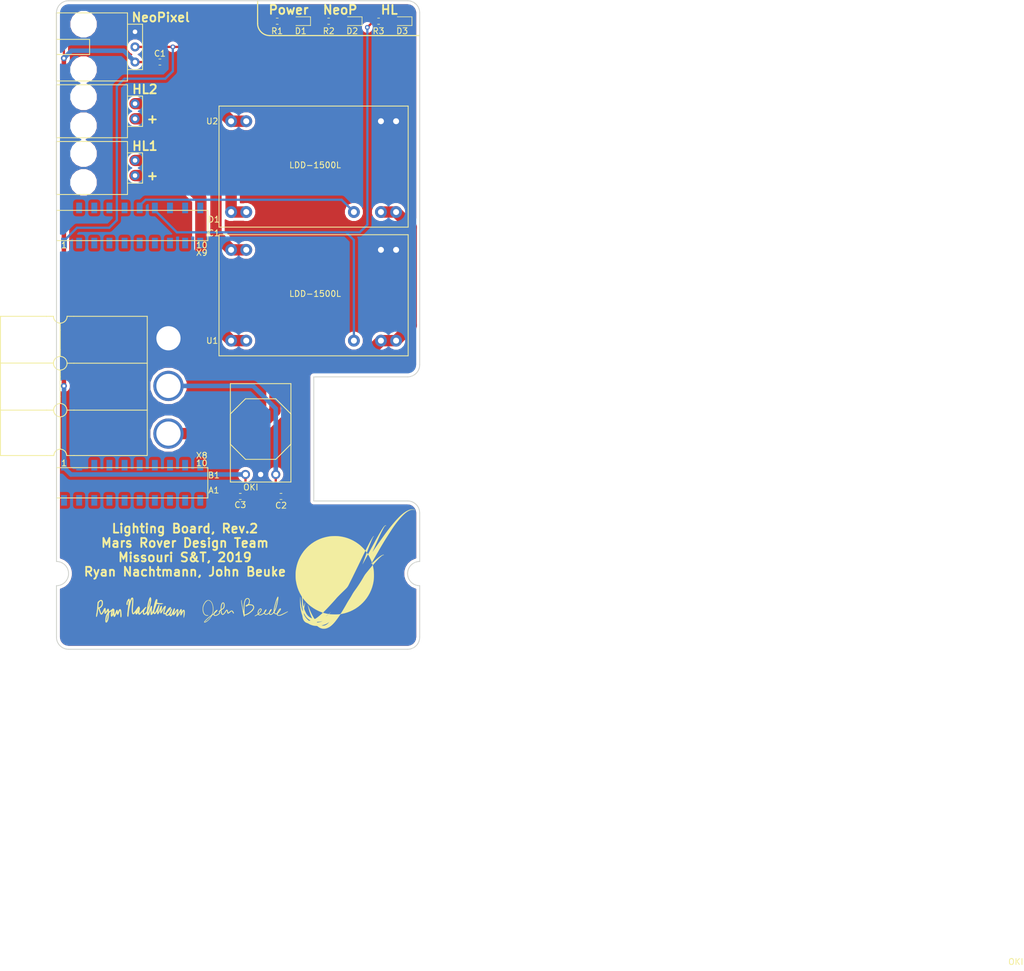
<source format=kicad_pcb>
(kicad_pcb (version 20171130) (host pcbnew "(5.0.0)")
  (layers (0 F.Cu signal) (31 B.Cu signal) (34 B.Paste user) (35 F.Paste user) (36 B.SilkS user) (37 F.SilkS user) (38 B.Mask user) (39 F.Mask user) (44 Edge.Cuts user))
  (net 0 "")
  (net 1 +5V)
  (net 2 GND)
  (net 3 "Net-(C2-Pad1)")
  (net 4 +12VA)
  (net 5 /Headlight_V1+)
  (net 6 /Headlight_V1-)
  (net 7 /Headlight_V2-)
  (net 8 /Headlight_V2+)
  (net 9 Dout_NeoPixel)
  (net 10 Headlight_OnOff_PWM1)
  (net 11 Headlight_OnOff_PWM2)
  (net 12 "Net-(U3-PadPE0)")
  (net 13 "Net-(U3-PadPE1)")
  (net 14 "Net-(U3-PadPE2)")
  (net 15 "Net-(U3-PadPE3)")
  (net 16 "Net-(U3-PadPD7)")
  (net 17 "Net-(U3-PadPA6)")
  (net 18 "Net-(U3-PadPM4)")
  (net 19 "Net-(U3-PadPM5)")
  (net 20 "Net-(U3-Pad+3V3)")
  (net 21 "Net-(U3-PadPE4)")
  (net 22 "Net-(U3-PadPC4)")
  (net 23 "Net-(U3-PadPC5)")
  (net 24 "Net-(U3-PadPC6)")
  (net 25 "Net-(U3-PadPE5)")
  (net 26 "Net-(U3-PadPD3)")
  (net 27 "Net-(U3-PadPC7)")
  (net 28 "Net-(U3-PadPB2)")
  (net 29 "Net-(U3-PadPB3)")
  (net 30 "Net-(U3-PadPF2)")
  (net 31 "Net-(U3-PadPF3)")
  (net 32 "Net-(U3-PadPG0)")
  (net 33 "Net-(U3-PadPL4)")
  (net 34 "Net-(U3-PadPL5)")
  (net 35 "Net-(U3-PadPL0)")
  (net 36 "Net-(U3-PadPL1)")
  (net 37 "Net-(U3-PadPL2)")
  (net 38 "Net-(U3-PadPL3)")
  (net 39 "Net-(U3-PadPM3)")
  (net 40 "Net-(U3-PadPH2)")
  (net 41 "Net-(U3-PadPH3)")
  (net 42 "Net-(U3-PadRese)")
  (net 43 "Net-(U3-PadPN2)")
  (net 44 "Net-(U3-PadPN3)")
  (net 45 "Net-(U3-PadPP2)")
  (net 46 "Net-(D1-Pad2)")
  (net 47 "Net-(D2-Pad2)")
  (net 48 "Net-(D3-Pad2)")
  (module "LightingBoard_Hardware2:Ryan Signature" (layer F.Cu) (at 116.205 142.748)
    (fp_text reference G*** hide)
    (fp_text value LOGO hide)
  )
  (module MRDT_Shields:TM4C129E_Launchpad_X9_SMD (layer F.Cu) (at 101.498001 123.570001)
    (fp_text reference U3 hide)
    (fp_text value TM4C129E_Launchpad hide)
    (fp_text user 1 (at 1.27 -42.418 180) (layer F.SilkS))
    (fp_text user 10 (at 24.384 -42.418 180) (layer F.SilkS))
    (fp_text user 1 (at 1.27 -5.842 180) (layer F.SilkS))
    (fp_text user 10 (at 24.384 -5.842 180) (layer F.SilkS))
    (fp_text user X9 (at 24.384 -41.148 180) (layer F.SilkS))
    (fp_text user X8 (at 24.384 -7.112 180) (layer F.SilkS))
    (fp_text user C1 (at 26.416 -44.45 180) (layer F.SilkS))
    (fp_text user D1 (at 26.416 -46.736 180) (layer F.SilkS))
    (fp_text user B1 (at 26.416 -3.81 180) (layer F.SilkS))
    (fp_text user A1 (at 26.416 -1.27 180) (layer F.SilkS))
    (pad +5V smd rect (at 1.27 -5.4864 180) (size 0.9906 1.778) (layers B.Cu B.Paste B.Mask) (net 1 +5V))
    (pad GND smd rect (at 3.81 -5.4864 180) (size 0.9906 1.778) (layers B.Cu B.Paste B.Mask) (net 2 GND))
    (pad PE0 smd rect (at 6.35 -5.4864 180) (size 0.9906 1.778) (layers B.Cu B.Paste B.Mask) (net 12 "Net-(U3-PadPE0)"))
    (pad PE1 smd rect (at 8.89 -5.4864 180) (size 0.9906 1.778) (layers B.Cu B.Paste B.Mask) (net 13 "Net-(U3-PadPE1)"))
    (pad PE2 smd rect (at 11.43 -5.4864 180) (size 0.9906 1.778) (layers B.Cu B.Paste B.Mask) (net 14 "Net-(U3-PadPE2)"))
    (pad PE3 smd rect (at 13.97 -5.4864 180) (size 0.9906 1.778) (layers B.Cu B.Paste B.Mask) (net 15 "Net-(U3-PadPE3)"))
    (pad PD7 smd rect (at 16.51 -5.4864 180) (size 0.9906 1.778) (layers B.Cu B.Paste B.Mask) (net 16 "Net-(U3-PadPD7)"))
    (pad PA6 smd rect (at 19.05 -5.4864 180) (size 0.9906 1.778) (layers B.Cu B.Paste B.Mask) (net 17 "Net-(U3-PadPA6)"))
    (pad PM4 smd rect (at 21.59 -5.4864 180) (size 0.9906 1.778) (layers B.Cu B.Paste B.Mask) (net 18 "Net-(U3-PadPM4)"))
    (pad PM5 smd rect (at 24.13 -5.4864 180) (size 0.9906 1.778) (layers B.Cu B.Paste B.Mask) (net 19 "Net-(U3-PadPM5)"))
    (pad +3V3 smd rect (at 1.27 0.4064 180) (size 0.9906 1.778) (layers B.Cu B.Paste B.Mask) (net 20 "Net-(U3-Pad+3V3)"))
    (pad PE4 smd rect (at 3.81 0.4064 180) (size 0.9906 1.778) (layers B.Cu B.Paste B.Mask) (net 21 "Net-(U3-PadPE4)"))
    (pad PC4 smd rect (at 6.35 0.4064 180) (size 0.9906 1.778) (layers B.Cu B.Paste B.Mask) (net 22 "Net-(U3-PadPC4)"))
    (pad PC5 smd rect (at 8.89 0.4064 180) (size 0.9906 1.778) (layers B.Cu B.Paste B.Mask) (net 23 "Net-(U3-PadPC5)"))
    (pad PC6 smd rect (at 11.43 0.4064 180) (size 0.9906 1.778) (layers B.Cu B.Paste B.Mask) (net 24 "Net-(U3-PadPC6)"))
    (pad PE5 smd rect (at 13.97 0.4064 180) (size 0.9906 1.778) (layers B.Cu B.Paste B.Mask) (net 25 "Net-(U3-PadPE5)"))
    (pad PD3 smd rect (at 16.51 0.4064 180) (size 0.9906 1.778) (layers B.Cu B.Paste B.Mask) (net 26 "Net-(U3-PadPD3)"))
    (pad PC7 smd rect (at 19.05 0.4064 180) (size 0.9906 1.778) (layers B.Cu B.Paste B.Mask) (net 27 "Net-(U3-PadPC7)"))
    (pad PB2 smd rect (at 21.59 0.4064 180) (size 0.9906 1.778) (layers B.Cu B.Paste B.Mask) (net 28 "Net-(U3-PadPB2)"))
    (pad PB3 smd rect (at 24.13 0.4064 180) (size 0.9906 1.778) (layers B.Cu B.Paste B.Mask) (net 29 "Net-(U3-PadPB3)"))
    (pad PF1 smd rect (at 1.27 -42.7736 180) (size 0.9906 1.778) (layers B.Cu B.Paste B.Mask) (net 9 Dout_NeoPixel))
    (pad PF2 smd rect (at 3.81 -42.7736 180) (size 0.9906 1.778) (layers B.Cu B.Paste B.Mask) (net 30 "Net-(U3-PadPF2)"))
    (pad PF3 smd rect (at 6.35 -42.7736 180) (size 0.9906 1.778) (layers B.Cu B.Paste B.Mask) (net 31 "Net-(U3-PadPF3)"))
    (pad PG0 smd rect (at 8.89 -42.7736 180) (size 0.9906 1.778) (layers B.Cu B.Paste B.Mask) (net 32 "Net-(U3-PadPG0)"))
    (pad PL4 smd rect (at 11.43 -42.7736 180) (size 0.9906 1.778) (layers B.Cu B.Paste B.Mask) (net 33 "Net-(U3-PadPL4)"))
    (pad PL5 smd rect (at 13.97 -42.7736 180) (size 0.9906 1.778) (layers B.Cu B.Paste B.Mask) (net 34 "Net-(U3-PadPL5)"))
    (pad PL0 smd rect (at 16.51 -42.7736 180) (size 0.9906 1.778) (layers B.Cu B.Paste B.Mask) (net 35 "Net-(U3-PadPL0)"))
    (pad PL1 smd rect (at 19.05 -42.7736 180) (size 0.9906 1.778) (layers B.Cu B.Paste B.Mask) (net 36 "Net-(U3-PadPL1)"))
    (pad PL2 smd rect (at 21.59 -42.7736 180) (size 0.9906 1.778) (layers B.Cu B.Paste B.Mask) (net 37 "Net-(U3-PadPL2)"))
    (pad PL3 smd rect (at 24.13 -42.7736 180) (size 0.9906 1.778) (layers B.Cu B.Paste B.Mask) (net 38 "Net-(U3-PadPL3)"))
    (pad GND smd rect (at 1.27 -48.6664 180) (size 0.9906 1.778) (layers B.Cu B.Paste B.Mask) (net 2 GND))
    (pad PM3 smd rect (at 3.81 -48.6664 180) (size 0.9906 1.778) (layers B.Cu B.Paste B.Mask) (net 39 "Net-(U3-PadPM3)"))
    (pad PH2 smd rect (at 6.35 -48.6664 180) (size 0.9906 1.778) (layers B.Cu B.Paste B.Mask) (net 40 "Net-(U3-PadPH2)"))
    (pad PH3 smd rect (at 8.89 -48.6664 180) (size 0.9906 1.778) (layers B.Cu B.Paste B.Mask) (net 41 "Net-(U3-PadPH3)"))
    (pad Rese smd rect (at 11.43 -48.6664 180) (size 0.9906 1.778) (layers B.Cu B.Paste B.Mask) (net 42 "Net-(U3-PadRese)"))
    (pad PD1 smd rect (at 13.97 -48.6664 180) (size 0.9906 1.778) (layers B.Cu B.Paste B.Mask) (net 11 Headlight_OnOff_PWM2))
    (pad PD0 smd rect (at 16.51 -48.6664 180) (size 0.9906 1.778) (layers B.Cu B.Paste B.Mask) (net 10 Headlight_OnOff_PWM1))
    (pad PN2 smd rect (at 19.05 -48.6664 180) (size 0.9906 1.778) (layers B.Cu B.Paste B.Mask) (net 43 "Net-(U3-PadPN2)"))
    (pad PN3 smd rect (at 21.59 -48.6664 180) (size 0.9906 1.778) (layers B.Cu B.Paste B.Mask) (net 44 "Net-(U3-PadPN3)"))
    (pad PP2 smd rect (at 24.13 -48.6664 180) (size 0.9906 1.778) (layers B.Cu B.Paste B.Mask) (net 45 "Net-(U3-PadPP2)"))
  )
  (module "" (layer F.Cu) (at 134.62 121.793)
    (fp_text reference "" (at 128.778 80.899) (layer F.SilkS) (effects (font (size 1.27 1.27))))
    (fp_text value "" (at 128.778 80.899) (layer F.SilkS) (effects (font (size 1.27 1.27))))
    (fp_text user OKI (at 127.889 79.629) (layer F.SilkS))
  )
  (module MRDT_Devices:LDD-1500L_LED_DRIVER (layer F.Cu) (at 128.778 79.399 270)
    (fp_text reference U1 (at 17.78 1.143) (layer F.SilkS))
    (fp_text value LDD-1500L (at 9.906 -16.129) (layer F.SilkS))
    (pad 12 thru_hole circle (at 2.54 -2.032 270) (size 2 2) (drill 1) (layers *.Cu *.Mask) (net 6 /Headlight_V1-))
    (pad 11 thru_hole circle (at 2.54 -4.572 270) (size 2 2) (drill 1) (layers *.Cu *.Mask) (net 6 /Headlight_V1-))
    (pad 13 thru_hole circle (at 17.78 -2.032 270) (size 2 2) (drill 1) (layers *.Cu *.Mask) (net 5 /Headlight_V1+))
    (pad 14 thru_hole circle (at 17.78 -4.572 270) (size 2 2) (drill 1) (layers *.Cu *.Mask) (net 5 /Headlight_V1+))
    (pad 21 thru_hole circle (at 17.78 -22.638 270) (size 2 2) (drill 1) (layers *.Cu *.Mask) (net 10 Headlight_OnOff_PWM1))
    (pad 24 thru_hole circle (at 17.78 -29.718 270) (size 2 2) (drill 1) (layers *.Cu *.Mask) (net 4 +12VA))
    (pad 1 thru_hole circle (at 2.54 -29.718 270) (size 2 2) (drill 1) (layers *.Cu *.Mask) (net 2 GND))
    (pad 23 thru_hole circle (at 17.78 -27.178 270) (size 2 2) (drill 1) (layers *.Cu *.Mask) (net 4 +12VA))
    (pad 2 thru_hole circle (at 2.54 -27.178 270) (size 2 2) (drill 1) (layers *.Cu *.Mask) (net 2 GND))
  )
  (module Capacitor_SMD:C_0603_1608Metric_Pad1.05x0.95mm_HandSolder (layer F.Cu) (at 118.858 50.419)
    (fp_text reference C1 (at 0 -1.43) (layer F.SilkS))
    (fp_text value 10uF)
    (pad 1 smd roundrect (at -0.875 0) (size 1.05 0.95) (layers F.Cu F.Paste F.Mask) (net 1 +5V))
    (pad 2 smd roundrect (at 0.875 0) (size 1.05 0.95) (layers F.Cu F.Paste F.Mask) (net 2 GND))
  )
  (module Capacitor_SMD:C_0603_1608Metric_Pad1.05x0.95mm_HandSolder (layer F.Cu) (at 139.178 123.317)
    (fp_text reference C2 (at 0.014 1.524) (layer F.SilkS))
    (fp_text value 10uF)
    (pad 1 smd roundrect (at -0.875 0) (size 1.05 0.95) (layers F.Cu F.Paste F.Mask) (net 3 "Net-(C2-Pad1)"))
    (pad 2 smd roundrect (at 0.875 0) (size 1.05 0.95) (layers F.Cu F.Paste F.Mask) (net 2 GND))
  )
  (module Capacitor_SMD:C_0603_1608Metric_Pad1.05x0.95mm_HandSolder (layer F.Cu) (at 132.348 123.317 180)
    (fp_text reference C3 (at 0 -1.43 180) (layer F.SilkS))
    (fp_text value 10uF)
    (pad 2 smd roundrect (at 0.875 0 180) (size 1.05 0.95) (layers F.Cu F.Paste F.Mask) (net 2 GND))
    (pad 1 smd roundrect (at -0.875 0 180) (size 1.05 0.95) (layers F.Cu F.Paste F.Mask) (net 1 +5V))
  )
  (module MRDT_Connectors:Anderson_3_Horisontal_Side_by_Side (layer F.Cu) (at 116.713 116.459)
    (fp_text reference Conn1 hide)
    (fp_text value AndersonPP)
    (pad 3 thru_hole circle (at 3.5814 -3.684) (size 5.08 5.08) (drill 4.06) (layers *.Cu *.Mask F.Paste) (net 4 +12VA))
    (pad 2 thru_hole circle (at 3.5814 -11.683) (size 5.08 5.08) (drill 4.06) (layers *.Cu *.Mask F.Paste) (net 3 "Net-(C2-Pad1)"))
    (pad 1 thru_hole circle (at 3.5814 -19.684) (size 5.08 5.08) (drill 4.06) (layers *.Cu *.Mask F.Paste) (net 2 GND))
  )
  (module MRDT_Connectors:MOLEX_SL_02_Horizontal (layer F.Cu) (at 114.681 68.199 90)
    (fp_text reference Conn2 hide)
    (fp_text value Molex_SL_02)
    (pad "" np_thru_hole circle (at -2.415 -8.64 90) (size 3.45 3.45) (drill 3.45) (layers *.Cu *.Mask))
    (pad 1 thru_hole circle (at -1.27 0 90) (size 1.524 1.524) (drill 0.762) (layers *.Cu *.Mask) (net 5 /Headlight_V1+))
    (pad 2 thru_hole circle (at 1.27 0 90) (size 1.524 1.524) (drill 0.762) (layers *.Cu *.Mask) (net 6 /Headlight_V1-))
    (pad "" np_thru_hole circle (at 2.413 -8.636 90) (size 3.45 3.45) (drill 3.45) (layers *.Cu *.Mask))
  )
  (module MRDT_Connectors:MOLEX_SL_02_Horizontal (layer F.Cu) (at 114.681 58.674 90)
    (fp_text reference Conn3 hide)
    (fp_text value Molex_SL_02)
    (pad "" np_thru_hole circle (at 2.413 -8.636 90) (size 3.45 3.45) (drill 3.45) (layers *.Cu *.Mask))
    (pad 2 thru_hole circle (at 1.27 0 90) (size 1.524 1.524) (drill 0.762) (layers *.Cu *.Mask) (net 7 /Headlight_V2-))
    (pad 1 thru_hole circle (at -1.27 0 90) (size 1.524 1.524) (drill 0.762) (layers *.Cu *.Mask) (net 8 /Headlight_V2+))
    (pad "" np_thru_hole circle (at -2.415 -8.64 90) (size 3.45 3.45) (drill 3.45) (layers *.Cu *.Mask))
  )
  (module MRDT_Connectors:MOLEX_SL_03_Horizontal (layer F.Cu) (at 114.681 47.879 90)
    (fp_text reference Conn4 hide)
    (fp_text value Molex_SL_03)
    (pad 1 thru_hole circle (at -2.54 0 90) (size 1.524 1.524) (drill 0.762) (layers *.Cu *.Mask) (net 1 +5V))
    (pad 2 thru_hole circle (at 0 0 90) (size 1.524 1.524) (drill 0.762) (layers *.Cu *.Mask) (net 9 Dout_NeoPixel))
    (pad 3 thru_hole circle (at 2.54 0 90) (size 1.524 1.524) (drill 0.762) (layers *.Cu *.Mask) (net 2 GND))
    (pad "" np_thru_hole circle (at -3.81 -8.636 90) (size 3.45 3.45) (drill 3.45) (layers *.Cu *.Mask))
    (pad "" np_thru_hole circle (at 3.81 -8.636 90) (size 3.45 3.45) (drill 3.45) (layers *.Cu *.Mask))
  )
  (module MRDT_Devices:LDD-1500L_LED_DRIVER (layer F.Cu) (at 128.778 57.809 270)
    (fp_text reference U2 (at 2.54 1.143) (layer F.SilkS))
    (fp_text value LDD-1500L (at 9.906 -16.129 180) (layer F.SilkS))
    (pad 2 thru_hole circle (at 2.54 -27.178 270) (size 2 2) (drill 1) (layers *.Cu *.Mask) (net 2 GND))
    (pad 23 thru_hole circle (at 17.78 -27.178 270) (size 2 2) (drill 1) (layers *.Cu *.Mask) (net 4 +12VA))
    (pad 1 thru_hole circle (at 2.54 -29.718 270) (size 2 2) (drill 1) (layers *.Cu *.Mask) (net 2 GND))
    (pad 24 thru_hole circle (at 17.78 -29.718 270) (size 2 2) (drill 1) (layers *.Cu *.Mask) (net 4 +12VA))
    (pad 21 thru_hole circle (at 17.78 -22.638 270) (size 2 2) (drill 1) (layers *.Cu *.Mask) (net 11 Headlight_OnOff_PWM2))
    (pad 14 thru_hole circle (at 17.78 -4.572 270) (size 2 2) (drill 1) (layers *.Cu *.Mask) (net 8 /Headlight_V2+))
    (pad 13 thru_hole circle (at 17.78 -2.032 270) (size 2 2) (drill 1) (layers *.Cu *.Mask) (net 8 /Headlight_V2+))
    (pad 11 thru_hole circle (at 2.54 -4.572 270) (size 2 2) (drill 1) (layers *.Cu *.Mask) (net 7 /Headlight_V2-))
    (pad 12 thru_hole circle (at 2.54 -2.032 270) (size 2 2) (drill 1) (layers *.Cu *.Mask) (net 7 /Headlight_V2-))
  )
  (module MRDT_Devices:OKI_Horizontal (layer F.Cu) (at 140.843 120.904 180)
    (fp_text reference U4 hide)
    (fp_text value OKI (at 6.731 -0.889 180) (layer F.SilkS))
    (pad 1 thru_hole circle (at 2.54 1.27 180) (size 1.524 1.524) (drill 0.889) (layers *.Cu *.Mask) (net 3 "Net-(C2-Pad1)"))
    (pad 2 thru_hole circle (at 5.08 1.27 180) (size 1.524 1.524) (drill 0.889) (layers *.Cu *.Mask) (net 2 GND))
    (pad 3 thru_hole circle (at 7.62 1.27 180) (size 1.524 1.524) (drill 0.889) (layers *.Cu *.Mask) (net 1 +5V))
  )
  (module MRDT_Silkscreens:MRDT_Logo_20mm (layer F.Cu) (at 151.638 135.509)
    (fp_text reference G*** hide)
    (fp_text value LOGO hide)
  )
  (module "LightingBoard_Hardware2:John Signature" (layer F.Cu) (at 133.604 143.256)
    (fp_text reference G*** hide)
    (fp_text value LOGO hide)
  )
  (module MRDT_Silkscreens:Nothing_3mm_Cu (layer B.Cu) (at 147.193 134.112 180)
    (fp_text reference G*** hide)
    (fp_text value LOGO hide)
    (fp_line (start -1.15316 -1.91008) (end 0 0.05588) (layer B.Cu) (width 0.15))
    (fp_line (start 0 0.05588) (end 1.09728 -1.8796) (layer B.Cu) (width 0.15))
    (fp_line (start 1.09728 -1.8796) (end -1.143 -1.89992) (layer B.Cu) (width 0.15))
    (fp_circle (center -0.0254 -1.23952) (end 0.06604 -1.48336) (layer B.Cu) (width 0.15))
    (fp_arc (start -0.02032 -1.9304) (end -0.75184 -1.23952) (angle -93.2) (layer B.Cu) (width 0.15))
    (fp_arc (start -0.00508 -0.51308) (end 0.70104 -1.22936) (angle -88) (layer B.Cu) (width 0.15))
  )
  (module LED_SMD:LED_0603_1608Metric_Pad1.05x0.95mm_HandSolder (layer F.Cu) (at 142.48 43.561 180)
    (fp_text reference D1 (at -0.014 -1.651 180) (layer F.SilkS))
    (fp_text value G_LED)
    (pad 1 smd roundrect (at -0.875 0 180) (size 1.05 0.95) (layers F.Cu F.Paste F.Mask) (net 2 GND))
    (pad 2 smd roundrect (at 0.875 0 180) (size 1.05 0.95) (layers F.Cu F.Paste F.Mask) (net 46 "Net-(D1-Pad2)"))
  )
  (module Resistor_SMD:R_0603_1608Metric_Pad1.05x0.95mm_HandSolder (layer F.Cu) (at 138.543 43.561)
    (fp_text reference R1 (at -0.014 1.651 180) (layer F.SilkS))
    (fp_text value 500)
    (pad 1 smd roundrect (at -0.875 0) (size 1.05 0.95) (layers F.Cu F.Paste F.Mask) (net 1 +5V))
    (pad 2 smd roundrect (at 0.875 0) (size 1.05 0.95) (layers F.Cu F.Paste F.Mask) (net 46 "Net-(D1-Pad2)"))
  )
  (module LED_SMD:LED_0603_1608Metric_Pad1.05x0.95mm_HandSolder (layer F.Cu) (at 151.13 43.561 180)
    (fp_text reference D2 (at 0 -1.651 180) (layer F.SilkS))
    (fp_text value Org_LED)
    (pad 2 smd roundrect (at 0.875 0 180) (size 1.05 0.95) (layers F.Cu F.Paste F.Mask) (net 47 "Net-(D2-Pad2)"))
    (pad 1 smd roundrect (at -0.875 0 180) (size 1.05 0.95) (layers F.Cu F.Paste F.Mask) (net 2 GND))
  )
  (module Resistor_SMD:R_0603_1608Metric_Pad1.05x0.95mm_HandSolder (layer F.Cu) (at 147.179 43.561)
    (fp_text reference R2 (at 0.014 1.651) (layer F.SilkS))
    (fp_text value 500)
    (pad 1 smd roundrect (at -0.875 0) (size 1.05 0.95) (layers F.Cu F.Paste F.Mask) (net 9 Dout_NeoPixel))
    (pad 2 smd roundrect (at 0.875 0) (size 1.05 0.95) (layers F.Cu F.Paste F.Mask) (net 47 "Net-(D2-Pad2)"))
  )
  (module LED_SMD:LED_0603_1608Metric_Pad1.05x0.95mm_HandSolder (layer F.Cu) (at 159.498 43.561 180)
    (fp_text reference D3 (at -0.014 -1.651 180) (layer F.SilkS))
    (fp_text value Org_LED)
    (pad 1 smd roundrect (at -0.875 0 180) (size 1.05 0.95) (layers F.Cu F.Paste F.Mask) (net 2 GND))
    (pad 2 smd roundrect (at 0.875 0 180) (size 1.05 0.95) (layers F.Cu F.Paste F.Mask) (net 48 "Net-(D3-Pad2)"))
  )
  (module Resistor_SMD:R_0603_1608Metric_Pad1.05x0.95mm_HandSolder (layer F.Cu) (at 155.561 43.561)
    (fp_text reference R3 (at -0.014 1.651) (layer F.SilkS))
    (fp_text value 500)
    (pad 1 smd roundrect (at -0.875 0) (size 1.05 0.95) (layers F.Cu F.Paste F.Mask) (net 10 Headlight_OnOff_PWM1))
    (pad 2 smd roundrect (at 0.875 0) (size 1.05 0.95) (layers F.Cu F.Paste F.Mask) (net 48 "Net-(D3-Pad2)"))
  )
  (gr_text "Lighting Board, Rev.2\nMars Rover Design Team\nMissouri S&T, 2019\nRyan Nachtmann, John Beuke" (at 123.063 132.334) (layer F.SilkS) (effects (font (size 1.5 1.5) (thickness 0.3))))
  (gr_text + (at 117.602 59.944) (layer F.SilkS) (effects (font (size 1.5 1.5) (thickness 0.3))))
  (gr_text + (at 117.602 69.469) (layer F.SilkS) (effects (font (size 1.5 1.5) (thickness 0.3))))
  (gr_line (start 137.287 45.974) (end 162.433 45.974) (layer F.SilkS) (width 0.2))
  (gr_line (start 135.255 43.942) (end 135.255 40.132) (layer F.SilkS) (width 0.2))
  (gr_arc (start 137.287 43.942) (end 135.255 43.942) (angle -90) (layer F.SilkS) (width 0.2))
  (gr_text NeoPixel (at 118.999 42.926) (layer F.SilkS) (effects (font (size 1.5 1.5) (thickness 0.3))))
  (gr_text HL2 (at 116.332 54.991) (layer F.SilkS) (effects (font (size 1.5 1.5) (thickness 0.3))))
  (gr_text HL1 (at 116.332 64.516) (layer F.SilkS) (effects (font (size 1.5 1.5) (thickness 0.3))))
  (gr_text HL (at 157.353 41.656) (layer F.SilkS) (effects (font (size 1.5 1.5) (thickness 0.3))))
  (gr_text Power (at 140.462 41.656) (layer F.SilkS) (effects (font (size 1.5 1.5) (thickness 0.3))))
  (gr_text NeoP (at 149.098 41.656) (layer F.SilkS) (effects (font (size 1.5 1.5) (thickness 0.3))))
  (gr_line (start 162.4584 42.164) (end 162.4584 101.219) (layer Edge.Cuts) (width 0.15))
  (gr_line (start 160.4264 40.132) (end 103.5304 40.132) (layer Edge.Cuts) (width 0.15))
  (gr_arc (start 160.4264 42.164) (end 162.4584 42.164) (angle -90) (layer Edge.Cuts) (width 0.15))
  (gr_arc (start 103.5304 42.164) (end 103.5304 40.132) (angle -90) (layer Edge.Cuts) (width 0.15))
  (gr_line (start 101.4984 134.239) (end 101.4984 42.164) (layer Edge.Cuts) (width 0.15))
  (gr_line (start 101.4984 146.939) (end 101.4984 138.303) (layer Edge.Cuts) (width 0.15))
  (gr_line (start 144.6784 103.251) (end 160.4264 103.251) (layer Edge.Cuts) (width 0.15))
  (gr_line (start 144.6784 124.079) (end 144.6784 103.251) (layer Edge.Cuts) (width 0.15))
  (gr_line (start 160.4264 124.079) (end 144.6784 124.079) (layer Edge.Cuts) (width 0.15))
  (gr_line (start 162.4584 134.239) (end 162.4584 126.111) (layer Edge.Cuts) (width 0.15))
  (gr_line (start 162.4584 146.939) (end 162.4584 138.303) (layer Edge.Cuts) (width 0.15))
  (gr_line (start 103.5304 148.971) (end 160.4264 148.971) (layer Edge.Cuts) (width 0.15))
  (gr_arc (start 160.4264 101.219) (end 160.4264 103.251) (angle -90) (layer Edge.Cuts) (width 0.15))
  (gr_arc (start 160.4264 126.111) (end 162.4584 126.111) (angle -90) (layer Edge.Cuts) (width 0.15))
  (gr_arc (start 162.4584 136.271) (end 162.4584 134.239) (angle -180) (layer Edge.Cuts) (width 0.15))
  (gr_arc (start 160.4264 146.939) (end 160.4264 148.971) (angle -90) (layer Edge.Cuts) (width 0.15))
  (gr_arc (start 103.5304 146.939) (end 101.4984 146.939) (angle -90) (layer Edge.Cuts) (width 0.15))
  (gr_arc (start 101.4984 136.271) (end 101.4984 138.303) (angle -180) (layer Edge.Cuts) (width 0.15))
  (segment (start 133.223 119.634) (end 133.223 123.317) (width 0.381) (layer F.Cu) (net 1))
  (segment (start 102.768001 118.477301) (end 102.768001 118.083601) (width 0.762) (layer B.Cu) (net 1))
  (segment (start 102.768001 118.477301) (end 103.9247 119.634) (width 0.762) (layer B.Cu) (net 1))
  (segment (start 133.223 119.634) (end 103.9247 119.634) (width 0.762) (layer B.Cu) (net 1))
  (via (at 102.743 104.775) (size 1) (drill 0.5) (layers F.Cu B.Cu) (net 1))
  (segment (start 102.768001 118.083601) (end 102.768001 104.800001) (width 0.762) (layer B.Cu) (net 1))
  (segment (start 102.768001 104.800001) (end 102.743 104.775) (width 0.762) (layer B.Cu) (net 1))
  (segment (start 102.743 104.775) (end 102.743 49.784) (width 0.762) (layer F.Cu) (net 1))
  (segment (start 102.743 49.784) (end 102.743 42.291) (width 0.381) (layer F.Cu) (net 1))
  (segment (start 102.743 42.291) (end 104.013 41.021) (width 0.381) (layer F.Cu) (net 1))
  (segment (start 104.013 41.021) (end 136.398 41.021) (width 0.381) (layer F.Cu) (net 1))
  (segment (start 136.398 41.021) (end 137.668 42.291) (width 0.381) (layer F.Cu) (net 1))
  (segment (start 137.668 42.291) (end 137.668 43.561) (width 0.381) (layer F.Cu) (net 1))
  (segment (start 102.743 49.784) (end 102.743 49.784) (width 0.762) (layer F.Cu) (net 1))
  (via (at 102.743 49.784) (size 1) (drill 0.5) (layers F.Cu B.Cu) (net 1))
  (segment (start 102.743 49.784) (end 104.013 48.514) (width 0.762) (layer B.Cu) (net 1))
  (segment (start 114.681 50.419) (end 112.776 48.514) (width 0.762) (layer B.Cu) (net 1))
  (segment (start 112.776 48.514) (end 104.013 48.514) (width 0.762) (layer B.Cu) (net 1))
  (segment (start 117.983 50.419) (end 114.681 50.419) (width 0.381) (layer F.Cu) (net 1))
  (segment (start 155.956 60.349) (end 158.496 60.349) (width 1.905) (layer F.Cu) (net 2))
  (segment (start 155.956 81.939) (end 158.496 81.939) (width 1.905) (layer F.Cu) (net 2))
  (segment (start 138.303 123.317) (end 138.303 119.634) (width 0.381) (layer F.Cu) (net 3))
  (segment (start 138.303 119.634) (end 138.303 108.585) (width 0.762) (layer B.Cu) (net 3))
  (segment (start 138.303 108.585) (end 134.493 104.775) (width 0.762) (layer B.Cu) (net 3))
  (segment (start 134.492 104.776) (end 120.2944 104.776) (width 0.762) (layer B.Cu) (net 3))
  (segment (start 134.493 104.775) (end 134.492 104.776) (width 0.762) (layer B.Cu) (net 3))
  (segment (start 134.365 112.775) (end 120.2944 112.775) (width 1.905) (layer F.Cu) (net 4))
  (segment (start 152.17 100.965) (end 142.24 100.965) (width 1.905) (layer F.Cu) (net 4))
  (segment (start 155.956 97.179) (end 152.17 100.965) (width 1.905) (layer F.Cu) (net 4))
  (segment (start 142.24 100.965) (end 138.176 105.029) (width 1.905) (layer F.Cu) (net 4))
  (segment (start 138.176 105.029) (end 138.176 108.966) (width 1.905) (layer F.Cu) (net 4))
  (segment (start 138.176 108.966) (end 134.366 112.776) (width 1.905) (layer F.Cu) (net 4))
  (segment (start 134.366 112.776) (end 134.365 112.775) (width 1.905) (layer F.Cu) (net 4))
  (segment (start 155.956 75.589) (end 158.496 75.589) (width 1.905) (layer F.Cu) (net 4))
  (segment (start 155.956 97.179) (end 158.496 97.179) (width 1.905) (layer F.Cu) (net 4))
  (segment (start 158.496 75.589) (end 161.036 78.129) (width 1.905) (layer F.Cu) (net 4))
  (segment (start 161.036 94.639) (end 158.496 97.179) (width 1.905) (layer F.Cu) (net 4))
  (segment (start 161.036 78.129) (end 161.036 94.639) (width 1.905) (layer F.Cu) (net 4))
  (segment (start 125.73 73.279) (end 121.92 69.469) (width 1.905) (layer F.Cu) (net 5))
  (segment (start 114.681 69.469) (end 117.221 69.469) (width 1.905) (layer F.Cu) (net 5))
  (segment (start 121.92 69.469) (end 117.221 69.469) (width 1.905) (layer F.Cu) (net 5))
  (segment (start 117.221 69.469) (end 115.316 69.469) (width 1.905) (layer F.Cu) (net 5))
  (segment (start 130.81 97.179) (end 125.73 92.099) (width 1.905) (layer F.Cu) (net 5))
  (segment (start 125.73 92.099) (end 125.73 73.279) (width 1.905) (layer F.Cu) (net 5))
  (segment (start 130.81 97.179) (end 133.35 97.179) (width 1.905) (layer F.Cu) (net 5))
  (segment (start 123.19 66.929) (end 128.27 72.009) (width 1.905) (layer F.Cu) (net 6))
  (segment (start 114.681 66.929) (end 117.475 66.929) (width 1.905) (layer F.Cu) (net 6))
  (segment (start 115.316 66.929) (end 117.475 66.929) (width 1.905) (layer F.Cu) (net 6))
  (segment (start 117.475 66.929) (end 123.19 66.929) (width 1.905) (layer F.Cu) (net 6))
  (segment (start 130.81 81.939) (end 128.27 79.399) (width 1.905) (layer F.Cu) (net 6))
  (segment (start 128.27 79.399) (end 128.27 72.009) (width 1.905) (layer F.Cu) (net 6))
  (segment (start 130.81 81.939) (end 133.35 81.939) (width 1.905) (layer F.Cu) (net 6))
  (segment (start 130.81 60.349) (end 127.865 57.404) (width 1.905) (layer F.Cu) (net 7))
  (segment (start 127.865 57.404) (end 114.681 57.404) (width 1.905) (layer F.Cu) (net 7))
  (segment (start 130.81 60.349) (end 133.35 60.349) (width 1.905) (layer F.Cu) (net 7))
  (segment (start 130.81 66.294) (end 124.46 59.944) (width 1.905) (layer F.Cu) (net 8))
  (segment (start 114.681 59.944) (end 116.84 59.944) (width 1.905) (layer F.Cu) (net 8))
  (segment (start 124.46 59.944) (end 116.84 59.944) (width 1.905) (layer F.Cu) (net 8))
  (segment (start 116.84 59.944) (end 115.316 59.944) (width 1.905) (layer F.Cu) (net 8))
  (segment (start 130.81 75.589) (end 130.81 66.294) (width 1.905) (layer F.Cu) (net 8))
  (segment (start 130.81 75.589) (end 133.35 75.589) (width 1.905) (layer F.Cu) (net 8))
  (segment (start 146.205 43.561) (end 146.205 46.581) (width 0.381) (layer F.Cu) (net 9))
  (segment (start 146.205 46.581) (end 144.907 47.879) (width 0.381) (layer F.Cu) (net 9))
  (segment (start 144.907 47.879) (end 121.031 47.879) (width 0.381) (layer F.Cu) (net 9))
  (via (at 121.031 47.879) (size 0.8) (drill 0.4) (layers F.Cu B.Cu) (net 9))
  (segment (start 102.768001 80.402701) (end 104.938702 78.232) (width 0.381) (layer B.Cu) (net 9))
  (segment (start 102.768001 80.796401) (end 102.768001 80.402701) (width 0.381) (layer B.Cu) (net 9))
  (segment (start 104.938702 78.232) (end 110.363 78.232) (width 0.381) (layer B.Cu) (net 9))
  (segment (start 110.363 78.232) (end 111.633 76.962) (width 0.381) (layer B.Cu) (net 9))
  (segment (start 111.633 76.962) (end 111.633 54.483) (width 0.381) (layer B.Cu) (net 9))
  (segment (start 111.633 54.483) (end 112.903 53.213) (width 0.381) (layer B.Cu) (net 9))
  (segment (start 112.903 53.213) (end 119.761 53.213) (width 0.381) (layer B.Cu) (net 9))
  (segment (start 119.761 53.213) (end 121.031 51.943) (width 0.381) (layer B.Cu) (net 9))
  (segment (start 121.031 51.943) (end 121.031 47.879) (width 0.381) (layer B.Cu) (net 9))
  (segment (start 119.733 47.879) (end 121.031 47.879) (width 0.381) (layer F.Cu) (net 9))
  (segment (start 114.681 47.879) (end 119.733 47.879) (width 0.381) (layer F.Cu) (net 9))
  (segment (start 118.008001 74.903601) (end 118.008001 75.297301) (width 0.381) (layer B.Cu) (net 10))
  (segment (start 118.008001 75.297301) (end 121.7047 78.994) (width 0.381) (layer B.Cu) (net 10))
  (segment (start 153.67 44.605) (end 153.67 44.605) (width 0.25) (layer F.Cu) (net 10))
  (segment (start 154.714 43.561) (end 153.67 44.605) (width 0.381) (layer F.Cu) (net 10))
  (segment (start 150.114 78.994) (end 121.7047 78.994) (width 0.381) (layer B.Cu) (net 10))
  (segment (start 151.416 80.296) (end 151.416 80.296) (width 0.381) (layer B.Cu) (net 10))
  (segment (start 150.114 78.994) (end 150.114 78.994) (width 0.381) (layer B.Cu) (net 10))
  (segment (start 153.67 44.605) (end 153.67 44.605) (width 0.25) (layer F.Cu) (net 10))
  (via (at 153.67 44.605) (size 0.8) (drill 0.4) (layers F.Cu B.Cu) (net 10))
  (segment (start 153.67 44.605) (end 153.67 77.724) (width 0.381) (layer B.Cu) (net 10))
  (segment (start 153.67 77.724) (end 152.4 78.994) (width 0.381) (layer B.Cu) (net 10))
  (segment (start 152.4 78.994) (end 150.114 78.994) (width 0.381) (layer B.Cu) (net 10))
  (segment (start 151.416 80.296) (end 150.114 78.994) (width 0.381) (layer B.Cu) (net 10))
  (segment (start 151.416 80.296) (end 151.416 97.179) (width 0.381) (layer B.Cu) (net 10))
  (segment (start 115.468001 74.903601) (end 115.468001 75.297301) (width 0.381) (layer B.Cu) (net 11))
  (segment (start 115.468001 74.509901) (end 116.451951 73.525951) (width 0.381) (layer B.Cu) (net 11))
  (segment (start 115.468001 74.903601) (end 115.468001 74.509901) (width 0.381) (layer B.Cu) (net 11))
  (segment (start 151.416 75.589) (end 149.36 73.533) (width 0.381) (layer B.Cu) (net 11))
  (segment (start 128.023049 73.533) (end 128.016 73.525951) (width 0.381) (layer B.Cu) (net 11))
  (segment (start 149.36 73.533) (end 128.023049 73.533) (width 0.381) (layer B.Cu) (net 11))
  (segment (start 116.451951 73.525951) (end 128.016 73.525951) (width 0.381) (layer B.Cu) (net 11))
  (segment (start 128.016 73.525951) (end 128.262951 73.525951) (width 0.381) (layer B.Cu) (net 11))
  (segment (start 139.418 43.561) (end 141.633 43.561) (width 0.381) (layer F.Cu) (net 46))
  (segment (start 147.955 43.561) (end 150.114 43.561) (width 0.381) (layer F.Cu) (net 47))
  (segment (start 156.464 43.561) (end 158.623 43.561) (width 0.381) (layer F.Cu) (net 48))
  (zone (net 2) (net_name GND) (layer B.Cu) (connect_pads yes (clearance 0.508)) (min_thickness 0.254) (fill yes (arc_segments 16) (thermal_gap 0.508) (thermal_bridge_width 0.508))
    (polygon (pts (xy 101.473 40.132) (xy 162.56 40.005) (xy 162.56 149.098) (xy 101.473 149.098)))
  )
  (zone (net 2) (net_name GND) (layer F.Cu) (connect_pads yes (clearance 0.508)) (min_thickness 0.254) (fill yes (arc_segments 16) (thermal_gap 0.508) (thermal_bridge_width 0.508))
    (polygon (pts (xy 101.473 40.132) (xy 162.56 40.005) (xy 162.56 149.098) (xy 101.473 149.098)))
  )
)
</source>
